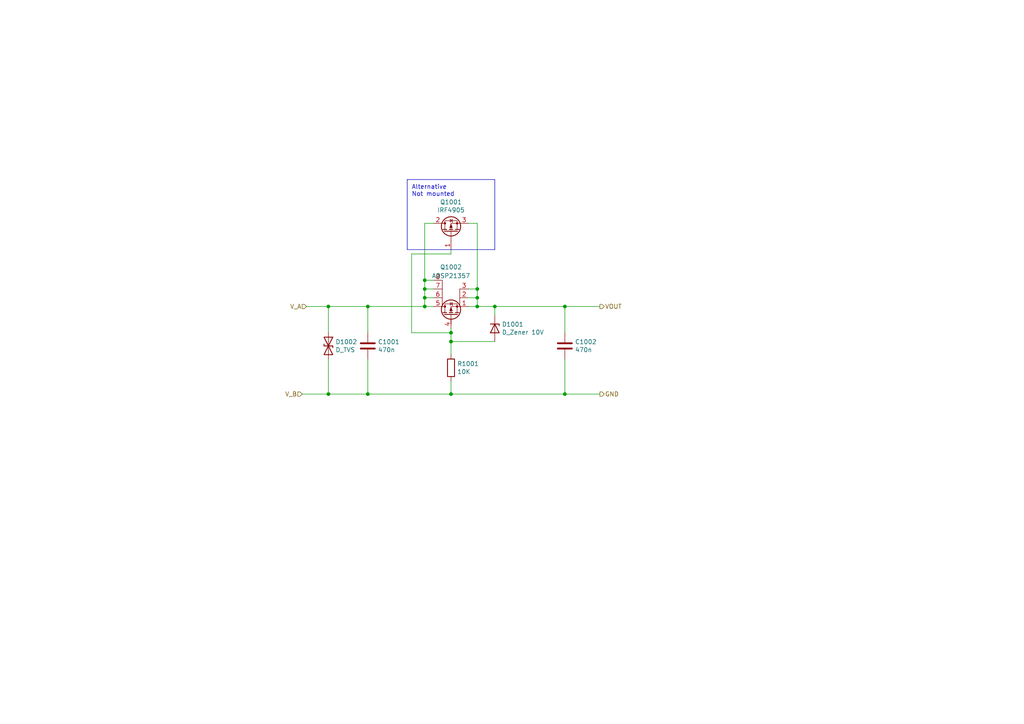
<source format=kicad_sch>
(kicad_sch (version 20230121) (generator eeschema)
  (paper "A4")
  (title_block (title "WS2812 Controller") (date "2021-10-10") (rev "1") (company "Stefan Misik") (comment 1 "Input Protection"))
  (lib_symbols
    (symbol "Device:C" (pin_numbers hide) (pin_names (offset 0.254))
      (property "Reference" "C" (at 0.635 2.54 0))
      (property "Value" "C" (at 0.635 -2.54 0))
      (symbol "C_0_1"
        (polyline (pts (xy -2.032 -0.762) (xy 2.032 -0.762)) (stroke (width 0.508)))
        (polyline (pts (xy -2.032 0.762) (xy 2.032 0.762)) (stroke (width 0.508)))
      )
      (symbol "C_1_1"
        (pin passive line (at 0 3.81 270) (length 2.794) (name "~") (number "1"))
        (pin passive line (at 0 -3.81 90) (length 2.794) (name "~") (number "2"))
      )
    )
    (symbol "Device:D_TVS" (pin_numbers hide) (pin_names (offset 1.016) hide)
      (property "Reference" "D" (at 0 2.54 0))
      (property "Value" "D_TVS" (at 0 -2.54 0))
      (symbol "D_TVS_0_1"
        (polyline (pts (xy 1.27 0) (xy -1.27 0)))
        (polyline (pts (xy 0.508 1.27) (xy 0 1.27) (xy 0 -1.27) (xy -0.508 -1.27)) (stroke (width 0.254)))
        (polyline (pts (xy -2.54 1.27) (xy -2.54 -1.27) (xy 2.54 1.27) (xy 2.54 -1.27) (xy -2.54 1.27)) (stroke (width 0.254)))
      )
      (symbol "D_TVS_1_1"
        (pin passive line (at -3.81 0 0) (length 2.54) (name "A1") (number "1"))
        (pin passive line (at 3.81 0 180) (length 2.54) (name "A2") (number "2"))
      )
    )
    (symbol "Device:D_Zener" (pin_numbers hide) (pin_names (offset 1.016) hide)
      (property "Reference" "D" (at 0 2.54 0))
      (property "Value" "D_Zener" (at 0 -2.54 0))
      (symbol "D_Zener_0_1"
        (polyline (pts (xy 1.27 0) (xy -1.27 0)))
        (polyline (pts (xy -1.27 -1.27) (xy -1.27 1.27) (xy -0.762 1.27)) (stroke (width 0.254)))
        (polyline (pts (xy 1.27 -1.27) (xy 1.27 1.27) (xy -1.27 0) (xy 1.27 -1.27)) (stroke (width 0.254)))
      )
      (symbol "D_Zener_1_1"
        (pin passive line (at -3.81 0 0) (length 2.54) (name "K") (number "1"))
        (pin passive line (at 3.81 0 180) (length 2.54) (name "A") (number "2"))
      )
    )
    (symbol "Device:R" (pin_numbers hide) (pin_names (offset 0))
      (property "Reference" "R" (at 2.032 0 90))
      (property "Value" "R" (at 0 0 90))
      (symbol "R_0_1"
        (rectangle (start -1.016 -2.54) (end 1.016 2.54) (stroke (width 0.254)))
      )
      (symbol "R_1_1"
        (pin passive line (at 0 3.81 270) (length 1.27) (name "~") (number "1"))
        (pin passive line (at 0 -3.81 90) (length 1.27) (name "~") (number "2"))
      )
    )
    (symbol "Transistor_FET:IRF4905" (pin_names hide)
      (property "Reference" "Q" (at 5.08 1.905 0))
      (property "Value" "IRF4905" (at 5.08 0 0))
      (symbol "IRF4905_0_1"
        (polyline (pts (xy 0.254 0) (xy -2.54 0)))
        (polyline (pts (xy 0.254 1.905) (xy 0.254 -1.905)) (stroke (width 0.254)))
        (polyline (pts (xy 0.762 -1.27) (xy 0.762 -2.286)) (stroke (width 0.254)))
        (polyline (pts (xy 0.762 0.508) (xy 0.762 -0.508)) (stroke (width 0.254)))
        (polyline (pts (xy 0.762 2.286) (xy 0.762 1.27)) (stroke (width 0.254)))
        (polyline (pts (xy 2.54 2.54) (xy 2.54 1.778)))
        (polyline (pts (xy 2.54 -2.54) (xy 2.54 0) (xy 0.762 0)))
        (polyline (pts (xy 0.762 1.778) (xy 3.302 1.778) (xy 3.302 -1.778) (xy 0.762 -1.778)))
        (polyline (pts (xy 2.286 0) (xy 1.27 0.381) (xy 1.27 -0.381) (xy 2.286 0)) (fill (type outline)))
        (polyline (pts (xy 2.794 -0.508) (xy 2.921 -0.381) (xy 3.683 -0.381) (xy 3.81 -0.254)))
        (polyline (pts (xy 3.302 -0.381) (xy 2.921 0.254) (xy 3.683 0.254) (xy 3.302 -0.381)))
        (circle (center 1.651 0) (radius 2.794) (stroke (width 0.254)))
        (circle (center 2.54 -1.778) (radius 0.254) (fill (type outline)))
        (circle (center 2.54 1.778) (radius 0.254) (fill (type outline)))
      )
      (symbol "IRF4905_1_1"
        (pin input line (at -5.08 0 0) (length 2.54) (name "G") (number "1"))
        (pin passive line (at 2.54 5.08 270) (length 2.54) (name "D") (number "2"))
        (pin passive line (at 2.54 -5.08 90) (length 2.54) (name "S") (number "3"))
      )
    )
    (symbol "my:Q_PMOS_SSSGDDDD" (pin_names (offset 0) hide)
      (property "Reference" "Q" (at 5.08 1.27 0))
      (property "Value" "Q_PMOS_SSSGDDDD" (at 5.08 -1.27 0))
      (symbol "Q_PMOS_SSSGDDDD_0_0"
        (pin passive line (at 5.08 -5.08 90) (length 2.54) (name "S") (number "2"))
      )
      (symbol "Q_PMOS_SSSGDDDD_0_1"
        (polyline (pts (xy 0.254 0) (xy -2.54 0)))
        (polyline (pts (xy 0.254 1.905) (xy 0.254 -1.905)) (stroke (width 0.254)))
        (polyline (pts (xy 0.762 -1.27) (xy 0.762 -2.286)) (stroke (width 0.254)))
        (polyline (pts (xy 0.762 0.508) (xy 0.762 -0.508)) (stroke (width 0.254)))
        (polyline (pts (xy 0.762 2.286) (xy 0.762 1.27)) (stroke (width 0.254)))
        (polyline (pts (xy 2.54 -2.54) (xy 7.62 -2.54)))
        (polyline (pts (xy 2.54 2.54) (xy 2.54 1.778)))
        (polyline (pts (xy 2.54 2.54) (xy 10.16 2.54)))
        (polyline (pts (xy 2.54 -2.54) (xy 2.54 0) (xy 0.762 0)))
        (polyline (pts (xy 0.762 1.778) (xy 3.302 1.778) (xy 3.302 -1.778) (xy 0.762 -1.778)))
        (polyline (pts (xy 2.286 0) (xy 1.27 0.381) (xy 1.27 -0.381) (xy 2.286 0)) (fill (type outline)))
        (polyline (pts (xy 2.794 -0.508) (xy 2.921 -0.381) (xy 3.683 -0.381) (xy 3.81 -0.254)))
        (polyline (pts (xy 3.302 -0.381) (xy 2.921 0.254) (xy 3.683 0.254) (xy 3.302 -0.381)))
        (circle (center 1.651 0) (radius 2.794) (stroke (width 0.254)))
        (circle (center 2.54 -1.778) (radius 0.254) (fill (type outline)))
        (circle (center 2.54 1.778) (radius 0.254) (fill (type outline)))
      )
      (symbol "Q_PMOS_SSSGDDDD_1_1"
        (pin passive line (at 2.54 -5.08 90) (length 2.54) (name "S") (number "1"))
        (pin passive line (at 7.62 -5.08 90) (length 2.54) (name "S") (number "3"))
        (pin input line (at -3.81 0 0) (length 2.54) (name "G") (number "4"))
        (pin passive line (at 2.54 5.08 270) (length 2.54) (name "D") (number "5"))
        (pin passive line (at 5.08 5.08 270) (length 2.54) (name "D") (number "6"))
        (pin passive line (at 7.62 5.08 270) (length 2.54) (name "D") (number "7"))
        (pin passive line (at 10.16 5.08 270) (length 2.54) (name "D") (number "8"))
      )
    )
  )
  (junction (at 130.81 96.52))
  (junction (at 123.19 83.82))
  (junction (at 163.83 88.9))
  (junction (at 138.43 86.36))
  (junction (at 138.43 88.9))
  (junction (at 163.83 114.3))
  (junction (at 130.81 99.06))
  (junction (at 130.81 114.3))
  (junction (at 95.25 88.9))
  (junction (at 123.19 81.28))
  (junction (at 95.25 114.3))
  (junction (at 123.19 86.36))
  (junction (at 106.68 114.3))
  (junction (at 123.19 88.9))
  (junction (at 138.43 83.82))
  (junction (at 106.68 88.9))
  (junction (at 143.51 88.9))
  (wire (pts (xy 95.25 96.52) (xy 95.25 88.9)))
  (wire (pts (xy 163.83 114.3) (xy 173.99 114.3)))
  (wire (pts (xy 138.43 64.77) (xy 138.43 83.82)))
  (wire (pts (xy 138.43 88.9) (xy 143.51 88.9)))
  (wire (pts (xy 130.81 96.52) (xy 130.81 95.25)))
  (wire (pts (xy 138.43 83.82) (xy 135.89 83.82)))
  (polyline (pts (xy 143.51 52.07) (xy 118.11 52.07)))
  (wire (pts (xy 138.43 86.36) (xy 135.89 86.36)))
  (wire (pts (xy 135.89 88.9) (xy 138.43 88.9)))
  (wire (pts (xy 163.83 96.52) (xy 163.83 88.9)))
  (polyline (pts (xy 143.51 72.39) (xy 143.51 52.07)))
  (wire (pts (xy 95.25 114.3) (xy 106.68 114.3)))
  (wire (pts (xy 123.19 64.77) (xy 123.19 81.28)))
  (wire (pts (xy 123.19 88.9) (xy 125.73 88.9)))
  (wire (pts (xy 163.83 88.9) (xy 173.99 88.9)))
  (wire (pts (xy 106.68 88.9) (xy 106.68 96.52)))
  (polyline (pts (xy 118.11 72.39) (xy 143.51 72.39)))
  (wire (pts (xy 143.51 88.9) (xy 163.83 88.9)))
  (wire (pts (xy 106.68 114.3) (xy 130.81 114.3)))
  (wire (pts (xy 106.68 104.14) (xy 106.68 114.3)))
  (wire (pts (xy 123.19 81.28) (xy 125.73 81.28)))
  (wire (pts (xy 123.19 83.82) (xy 123.19 81.28)))
  (wire (pts (xy 123.19 88.9) (xy 123.19 86.36)))
  (wire (pts (xy 138.43 86.36) (xy 138.43 83.82)))
  (wire (pts (xy 87.63 114.3) (xy 95.25 114.3)))
  (wire (pts (xy 130.81 73.66) (xy 119.38 73.66)))
  (wire (pts (xy 130.81 110.49) (xy 130.81 114.3)))
  (wire (pts (xy 138.43 88.9) (xy 138.43 86.36)))
  (wire (pts (xy 95.25 88.9) (xy 106.68 88.9)))
  (wire (pts (xy 123.19 86.36) (xy 125.73 86.36)))
  (wire (pts (xy 125.73 64.77) (xy 123.19 64.77)))
  (polyline (pts (xy 118.11 52.07) (xy 118.11 72.39)))
  (wire (pts (xy 119.38 96.52) (xy 130.81 96.52)))
  (wire (pts (xy 130.81 72.39) (xy 130.81 73.66)))
  (wire (pts (xy 163.83 104.14) (xy 163.83 114.3)))
  (wire (pts (xy 130.81 114.3) (xy 163.83 114.3)))
  (wire (pts (xy 106.68 88.9) (xy 123.19 88.9)))
  (wire (pts (xy 95.25 104.14) (xy 95.25 114.3)))
  (wire (pts (xy 130.81 99.06) (xy 130.81 96.52)))
  (wire (pts (xy 123.19 86.36) (xy 123.19 83.82)))
  (wire (pts (xy 119.38 73.66) (xy 119.38 96.52)))
  (wire (pts (xy 135.89 64.77) (xy 138.43 64.77)))
  (wire (pts (xy 123.19 83.82) (xy 125.73 83.82)))
  (wire (pts (xy 143.51 99.06) (xy 130.81 99.06)))
  (wire (pts (xy 130.81 102.87) (xy 130.81 99.06)))
  (wire (pts (xy 143.51 91.44) (xy 143.51 88.9)))
  (wire (pts (xy 88.9 88.9) (xy 95.25 88.9)))
  (text "Alternative\nNot mounted" (at 119.38 57.15 0) (effects (font (size 1.27 1.27)) (justify left bottom)))
  (hierarchical_label "V_A" (shape input) (at 88.9 88.9 180))
  (hierarchical_label "GND" (shape output) (at 173.99 114.3 0))
  (hierarchical_label "VOUT" (shape output) (at 173.99 88.9 0))
  (hierarchical_label "V_B" (shape input) (at 87.63 114.3 180))
  (symbol (lib_id "Device:C") (at 106.68 100.33 0) (unit 1)
    (property "Reference" "C1001" (at 109.601 99.1616 0) (effects (justify left)))
    (property "Value" "470n" (at 109.601 101.473 0) (effects (justify left)))
    (property "Footprint" "Capacitor_SMD:C_0805_2012Metric_Pad1.18x1.45mm_HandSolder" (effects hide))
  )
  (symbol (lib_id "Device:D_TVS") (at 95.25 100.33 270) (unit 1)
    (property "Reference" "D1002" (at 97.282 99.1616 90) (effects (justify left)))
    (property "Value" "D_TVS" (at 97.282 101.473 90) (effects (justify left)))
    (property "Footprint" "Diode_SMD:D_SMB-SMC_Universal_Handsoldering" (effects hide))
  )
  (symbol (lib_id "my:Q_PMOS_SSSGDDDD") (at 130.81 91.44 90) (unit 1)
    (property "Reference" "Q1002" (at 130.81 77.47 90))
    (property "Value" "AOSP21357" (at 130.81 80.01 90))
    (property "Footprint" "Package_SO:SOIC-8_3.9x4.9mm_P1.27mm" (effects hide))
  )
  (symbol (lib_id "Device:R") (at 130.81 106.68 0) (unit 1)
    (property "Reference" "R1001" (at 132.588 105.5116 0) (effects (justify left)))
    (property "Value" "10K" (at 132.588 107.823 0) (effects (justify left)))
    (property "Footprint" "Resistor_SMD:R_0805_2012Metric_Pad1.20x1.40mm_HandSolder" (effects hide))
  )
  (symbol (lib_id "Device:D_Zener") (at 143.51 95.25 270) (unit 1)
    (property "Reference" "D1001" (at 145.542 94.0816 90) (effects (justify left)))
    (property "Value" "D_Zener 10V" (at 145.542 96.393 90) (effects (justify left)))
    (property "Footprint" "Diode_SMD:D_MiniMELF_Handsoldering" (effects hide))
  )
  (symbol (lib_id "Device:C") (at 163.83 100.33 0) (unit 1)
    (property "Reference" "C1002" (at 166.751 99.1616 0) (effects (justify left)))
    (property "Value" "470n" (at 166.751 101.473 0) (effects (justify left)))
    (property "Footprint" "Capacitor_SMD:C_0805_2012Metric_Pad1.18x1.45mm_HandSolder" (effects hide))
  )
  (symbol (lib_id "Transistor_FET:IRF4905") (at 130.81 67.31 90) (unit 1)
    (property "Reference" "Q1001" (at 130.81 58.6232 90))
    (property "Value" "IRF4905" (at 130.81 60.9346 90))
    (property "Footprint" "Package_TO_SOT_THT:TO-220-3_Vertical" (effects hide))
    (property "Datasheet" "http://www.infineon.com/dgdl/irf4905.pdf?fileId=5546d462533600a4015355e32165197c" (effects hide))
  )
)
</source>
